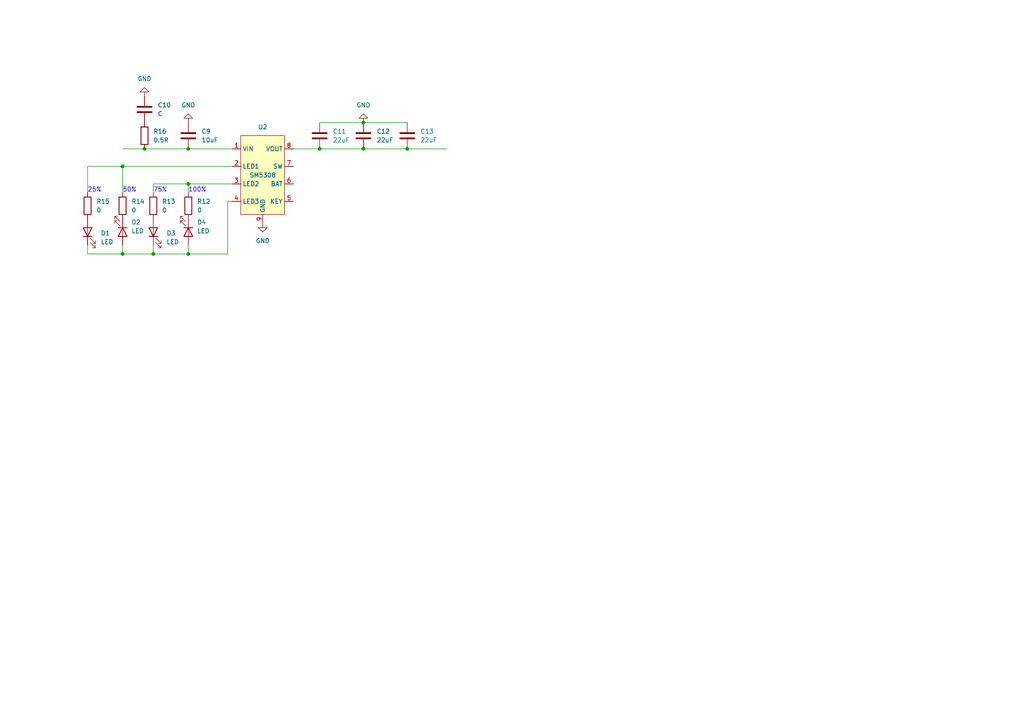
<source format=kicad_sch>
(kicad_sch (version 20230121) (generator eeschema)
  (paper "A4")
  (lib_symbols
    (symbol "Way to silence:C" (pin_numbers hide) (pin_names (offset 0.254))
      (property "Reference" "C" (at -3.81 1.27 0))
      (property "Value" "C" (at 2.54 1.27 0))
      (symbol "C_0_1"
        (polyline (pts (xy -0.762 -2.032) (xy -0.762 2.032)) (stroke (width 0.508)))
        (polyline (pts (xy 0.762 -2.032) (xy 0.762 2.032)) (stroke (width 0.508)))
      )
      (symbol "C_1_1"
        (pin passive line (at -3.81 0 0) (length 2.794) (name "~") (number "1"))
        (pin passive line (at 3.81 0 180) (length 2.794) (name "~") (number "2"))
      )
    )
    (symbol "Way to silence:LED" (pin_numbers hide) (pin_names (offset 1.016) hide)
      (property "Reference" "D" (at 0 2.54 0))
      (property "Value" "LED" (at 0 -2.54 0))
      (symbol "LED_0_1"
        (polyline (pts (xy -1.27 -1.27) (xy -1.27 1.27)) (stroke (width 0.254)))
        (polyline (pts (xy -1.27 0) (xy 1.27 0)))
        (polyline (pts (xy 1.27 -1.27) (xy 1.27 1.27) (xy -1.27 0) (xy 1.27 -1.27)) (stroke (width 0.254)))
        (polyline (pts (xy -3.048 -0.762) (xy -4.572 -2.286) (xy -3.81 -2.286) (xy -4.572 -2.286) (xy -4.572 -1.524)))
        (polyline (pts (xy -1.778 -0.762) (xy -3.302 -2.286) (xy -2.54 -2.286) (xy -3.302 -2.286) (xy -3.302 -1.524)))
      )
      (symbol "LED_1_1"
        (pin passive line (at -3.81 0 0) (length 2.54) (name "K") (number "1"))
        (pin passive line (at 3.81 0 180) (length 2.54) (name "A") (number "2"))
      )
    )
    (symbol "Way to silence:R" (pin_numbers hide) (pin_names (offset 0))
      (property "Reference" "R" (at 0 2.032 0))
      (property "Value" "R" (at 0 0 0))
      (symbol "R_0_1"
        (rectangle (start 2.54 -1.016) (end -2.54 1.016) (stroke (width 0.254)))
      )
      (symbol "R_1_1"
        (pin passive line (at -3.81 0 0) (length 1.27) (name "~") (number "1"))
        (pin passive line (at 3.81 0 180) (length 1.27) (name "~") (number "2"))
      )
    )
    (symbol "Way to silence:SM5308"
      (property "Reference" "U" (at 0 10.16 0))
      (property "Value" "SM5308" (at 0 5.08 0))
      (symbol "SM5308_1_1"
        (rectangle (start -6.35 11.43) (end 6.35 -11.43) (fill (type background)))
        (pin power_in line (at -8.89 7.62 0) (length 2.54) (name "VIN") (number "1"))
        (pin output line (at -8.89 2.54 0) (length 2.54) (name "LED1") (number "2"))
        (pin output line (at -8.89 -2.54 0) (length 2.54) (name "LED2") (number "3"))
        (pin output line (at -8.89 -7.62 0) (length 2.54) (name "LED3") (number "4"))
        (pin input line (at 8.89 -7.62 180) (length 2.54) (name "KEY") (number "5"))
        (pin power_in line (at 8.89 -2.54 180) (length 2.54) (name "BAT") (number "6"))
        (pin output line (at 8.89 2.54 180) (length 2.54) (name "SW") (number "7"))
        (pin power_out line (at 8.89 7.62 180) (length 2.54) (name "VOUT") (number "8"))
        (pin power_in line (at 0 -13.97 90) (length 2.54) (name "GND") (number "9"))
      )
    )
    (symbol "power:GND" (power) (pin_names (offset 0))
      (property "Value" "GND" (at 0 -3.81 0))
      (symbol "GND_0_1"
        (polyline (pts (xy 0 0) (xy 0 -1.27) (xy 1.27 -1.27) (xy 0 -2.54) (xy -1.27 -1.27) (xy 0 -1.27)))
      )
      (symbol "GND_1_1"
        (pin power_in line (at 0 0 270) (length 0) hide (name "GND") (number "1"))
      )
    )
  )
  (junction (at 35.56 48.26))
  (junction (at 105.41 35.56))
  (junction (at 118.11 43.18))
  (junction (at 54.61 73.66))
  (junction (at 54.61 43.18))
  (junction (at 54.61 53.34))
  (junction (at 35.56 73.66))
  (junction (at 44.45 73.66))
  (junction (at 41.91 43.18))
  (junction (at 105.41 43.18))
  (junction (at 92.71 43.18))
  (wire (pts (xy 35.56 71.12) (xy 35.56 73.66)))
  (wire (pts (xy 44.45 53.34) (xy 54.61 53.34)))
  (wire (pts (xy 92.71 35.56) (xy 105.41 35.56)))
  (wire (pts (xy 35.56 73.66) (xy 25.4 73.66)))
  (wire (pts (xy 54.61 53.34) (xy 67.31 53.34)))
  (wire (pts (xy 85.09 43.18) (xy 92.71 43.18)))
  (wire (pts (xy 54.61 43.18) (xy 67.31 43.18)))
  (wire (pts (xy 41.91 43.18) (xy 54.61 43.18)))
  (wire (pts (xy 66.04 73.66) (xy 54.61 73.66)))
  (wire (pts (xy 35.56 43.18) (xy 41.91 43.18)))
  (wire (pts (xy 44.45 73.66) (xy 35.56 73.66)))
  (wire (pts (xy 54.61 73.66) (xy 44.45 73.66)))
  (wire (pts (xy 35.56 48.26) (xy 35.56 55.88)))
  (wire (pts (xy 25.4 55.88) (xy 25.4 48.26)))
  (wire (pts (xy 25.4 48.26) (xy 35.56 48.26)))
  (wire (pts (xy 67.31 58.42) (xy 66.04 58.42)))
  (wire (pts (xy 105.41 43.18) (xy 118.11 43.18)))
  (wire (pts (xy 44.45 53.34) (xy 44.45 55.88)))
  (wire (pts (xy 54.61 71.12) (xy 54.61 73.66)))
  (wire (pts (xy 44.45 71.12) (xy 44.45 73.66)))
  (wire (pts (xy 118.11 43.18) (xy 129.54 43.18)))
  (wire (pts (xy 25.4 73.66) (xy 25.4 71.12)))
  (wire (pts (xy 54.61 53.34) (xy 54.61 55.88)))
  (wire (pts (xy 66.04 58.42) (xy 66.04 73.66)))
  (wire (pts (xy 105.41 35.56) (xy 118.11 35.56)))
  (wire (pts (xy 35.56 48.26) (xy 67.31 48.26)))
  (wire (pts (xy 92.71 43.18) (xy 105.41 43.18)))
  (text "25%" (at 25.4 55.88 0) (effects (font (size 1.27 1.27)) (justify left bottom)))
  (text "75%" (at 44.45 55.88 0) (effects (font (size 1.27 1.27)) (justify left bottom)))
  (text "50%" (at 35.56 55.88 0) (effects (font (size 1.27 1.27)) (justify left bottom)))
  (text "100%" (at 54.61 55.88 0) (effects (font (size 1.27 1.27)) (justify left bottom)))
  (symbol (lib_id "power:GND") (at 54.61 35.56 180) (unit 1)
    (property "Reference" "#PWR037" (effects hide))
    (property "Value" "GND" (at 54.61 30.48 0))
  )
  (symbol (lib_id "Way to silence:R") (at 25.4 59.69 90) (unit 1)
    (property "Reference" "R15" (at 27.94 58.42 90) (effects (justify right)))
    (property "Value" "0" (at 27.94 60.96 90) (effects (justify right)))
  )
  (symbol (lib_id "power:GND") (at 105.41 35.56 180) (unit 1)
    (property "Reference" "#PWR039" (effects hide))
    (property "Value" "GND" (at 105.41 30.48 0))
  )
  (symbol (lib_id "Way to silence:C") (at 105.41 39.37 90) (unit 1)
    (property "Reference" "C12" (at 109.22 38.1 90) (effects (justify right)))
    (property "Value" "22uF" (at 109.22 40.64 90) (effects (justify right)))
  )
  (symbol (lib_id "power:GND") (at 76.2 64.77 0) (unit 1)
    (property "Reference" "#PWR036" (effects hide))
    (property "Value" "GND" (at 76.2 69.85 0))
  )
  (symbol (lib_id "Way to silence:R") (at 35.56 59.69 90) (unit 1)
    (property "Reference" "R14" (at 38.1 58.42 90) (effects (justify right)))
    (property "Value" "0" (at 38.1 60.96 90) (effects (justify right)))
  )
  (symbol (lib_id "Way to silence:C") (at 54.61 39.37 90) (unit 1)
    (property "Reference" "C9" (at 58.42 38.1 90) (effects (justify right)))
    (property "Value" "10uF" (at 58.42 40.64 90) (effects (justify right)))
  )
  (symbol (lib_id "Way to silence:LED") (at 25.4 67.31 90) (unit 1)
    (property "Reference" "D1" (at 29.21 67.6275 90) (effects (justify right)))
    (property "Value" "LED" (at 29.21 70.1675 90) (effects (justify right)))
  )
  (symbol (lib_id "Way to silence:C") (at 41.91 31.75 90) (unit 1)
    (property "Reference" "C10" (at 45.72 30.48 90) (effects (justify right)))
    (property "Value" "C" (at 45.72 33.02 90) (effects (justify right)))
  )
  (symbol (lib_id "Way to silence:R") (at 54.61 59.69 90) (unit 1)
    (property "Reference" "R12" (at 57.15 58.42 90) (effects (justify right)))
    (property "Value" "0" (at 57.15 60.96 90) (effects (justify right)))
  )
  (symbol (lib_id "Way to silence:C") (at 118.11 39.37 90) (unit 1)
    (property "Reference" "C13" (at 121.92 38.1 90) (effects (justify right)))
    (property "Value" "22uF" (at 121.92 40.64 90) (effects (justify right)))
  )
  (symbol (lib_id "Way to silence:SM5308") (at 76.2 50.8 0) (unit 1)
    (property "Reference" "U2" (at 76.2 36.83 0))
    (property "Value" "SM5308" (at 76.2 50.8 0))
    (property "Footprint" "Way to silence:SM5308" (effects hide))
    (property "Datasheet" "https://datasheet.lcsc.com/lcsc/2301051530_HICHON-SM5308_C5345582.pdf" (effects hide))
    (property "LCSC" "C5345582" (effects hide))
  )
  (symbol (lib_id "power:GND") (at 41.91 27.94 180) (unit 1)
    (property "Reference" "#PWR038" (effects hide))
    (property "Value" "GND" (at 41.91 22.86 0))
  )
  (symbol (lib_id "Way to silence:LED") (at 35.56 67.31 270) (unit 1)
    (property "Reference" "D2" (at 38.1 64.4525 90) (effects (justify left)))
    (property "Value" "LED" (at 38.1 66.9925 90) (effects (justify left)))
  )
  (symbol (lib_id "Way to silence:R") (at 44.45 59.69 90) (unit 1)
    (property "Reference" "R13" (at 46.99 58.42 90) (effects (justify right)))
    (property "Value" "0" (at 46.99 60.96 90) (effects (justify right)))
  )
  (symbol (lib_id "Way to silence:LED") (at 44.45 67.31 90) (unit 1)
    (property "Reference" "D3" (at 48.26 67.6275 90) (effects (justify right)))
    (property "Value" "LED" (at 48.26 70.1675 90) (effects (justify right)))
  )
  (symbol (lib_id "Way to silence:LED") (at 54.61 67.31 270) (unit 1)
    (property "Reference" "D4" (at 57.15 64.4525 90) (effects (justify left)))
    (property "Value" "LED" (at 57.15 66.9925 90) (effects (justify left)))
  )
  (symbol (lib_id "Way to silence:R") (at 41.91 39.37 90) (unit 1)
    (property "Reference" "R16" (at 44.45 38.1 90) (effects (justify right)))
    (property "Value" "0.5R" (at 44.45 40.64 90) (effects (justify right)))
  )
  (symbol (lib_id "Way to silence:C") (at 92.71 39.37 90) (unit 1)
    (property "Reference" "C11" (at 96.52 38.1 90) (effects (justify right)))
    (property "Value" "22uF" (at 96.52 40.64 90) (effects (justify right)))
  )
)
</source>
